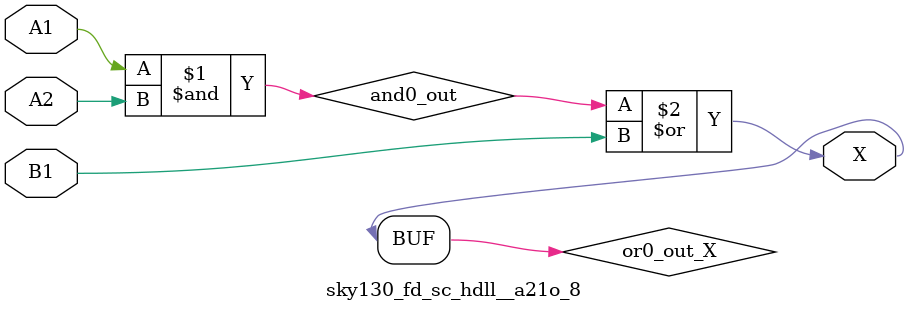
<source format=v>
/*
 * Copyright 2020 The SkyWater PDK Authors
 *
 * Licensed under the Apache License, Version 2.0 (the "License");
 * you may not use this file except in compliance with the License.
 * You may obtain a copy of the License at
 *
 *     https://www.apache.org/licenses/LICENSE-2.0
 *
 * Unless required by applicable law or agreed to in writing, software
 * distributed under the License is distributed on an "AS IS" BASIS,
 * WITHOUT WARRANTIES OR CONDITIONS OF ANY KIND, either express or implied.
 * See the License for the specific language governing permissions and
 * limitations under the License.
 *
 * SPDX-License-Identifier: Apache-2.0
*/


`ifndef SKY130_FD_SC_HDLL__A21O_8_FUNCTIONAL_V
`define SKY130_FD_SC_HDLL__A21O_8_FUNCTIONAL_V

/**
 * a21o: 2-input AND into first input of 2-input OR.
 *
 *       X = ((A1 & A2) | B1)
 *
 * Verilog simulation functional model.
 */

`timescale 1ns / 1ps
`default_nettype none

`celldefine
module sky130_fd_sc_hdll__a21o_8 (
    X ,
    A1,
    A2,
    B1
);

    // Module ports
    output X ;
    input  A1;
    input  A2;
    input  B1;

    // Local signals
    wire and0_out ;
    wire or0_out_X;

    //  Name  Output     Other arguments
    and and0 (and0_out , A1, A2         );
    or  or0  (or0_out_X, and0_out, B1   );
    buf buf0 (X        , or0_out_X      );

endmodule
`endcelldefine

`default_nettype wire
`endif  // SKY130_FD_SC_HDLL__A21O_8_FUNCTIONAL_V

</source>
